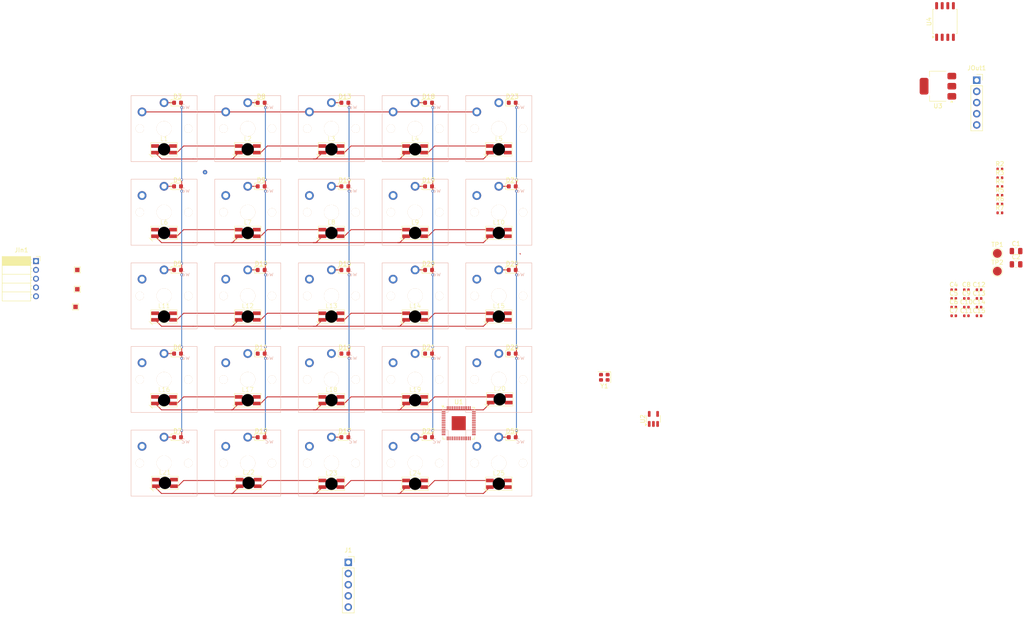
<source format=kicad_pcb>
(kicad_pcb (version 20241229) (generator "pcbnew") (generator_version "9.0")
  (layers (0 "F.Cu" signal) (2 "B.Cu" signal) (13 "F.Paste" user) (15 "B.Paste" user) (5 "F.SilkS" user "F.Silkscreen") (7 "B.SilkS" user "B.Silkscreen") (1 "F.Mask" user) (3 "B.Mask" user) (25 "Edge.Cuts" user))
  (net 0 "")
  (net 1 "+5V")
  (net 2 "GND")
  (net 3 "+3.3V")
  (net 4 "Net-(U1-ADC_AVDD)")
  (net 5 "+1V1")
  (net 6 "Net-(Y1-OUT)")
  (net 7 "Xin")
  (net 8 "Net-(D3-K)")
  (net 9 "row0")
  (net 10 "Net-(D4-K)")
  (net 11 "Net-(D5-K)")
  (net 12 "Net-(D6-K)")
  (net 13 "Net-(D7-K)")
  (net 14 "row1")
  (net 15 "Net-(D8-K)")
  (net 16 "Net-(D9-K)")
  (net 17 "Net-(D10-K)")
  (net 18 "Net-(D11-K)")
  (net 19 "Net-(D12-K)")
  (net 20 "Net-(D13-K)")
  (net 21 "row2")
  (net 22 "Net-(D14-K)")
  (net 23 "Net-(D15-K)")
  (net 24 "Net-(D16-K)")
  (net 25 "Net-(D17-K)")
  (net 26 "Net-(D18-K)")
  (net 27 "row3")
  (net 28 "Net-(D19-K)")
  (net 29 "Net-(D20-K)")
  (net 30 "Net-(D21-K)")
  (net 31 "Net-(D22-K)")
  (net 32 "row4")
  (net 33 "Net-(D23-K)")
  (net 34 "Net-(D24-K)")
  (net 35 "Net-(D25-K)")
  (net 36 "Net-(D26-K)")
  (net 37 "Net-(D50-K)")
  (net 38 "Net-(J1-Pin_3)")
  (net 40 "Net-(J1-Pin_4)")
  (net 41 "potSig")
  (net 42 "SCL")
  (net 43 "SDA")
  (net 44 "Net-(L1-DOUT)")
  (net 45 "ledData")
  (net 46 "Net-(L2-DOUT)")
  (net 47 "Net-(L3-DOUT)")
  (net 48 "Net-(L4-DOUT)")
  (net 49 "Net-(L5-DOUT)")
  (net 50 "Net-(L6-DOUT)")
  (net 51 "Net-(L7-DOUT)")
  (net 52 "Net-(L8-DOUT)")
  (net 53 "Net-(L10-DIN)")
  (net 54 "Net-(L10-DOUT)")
  (net 55 "Net-(L11-DOUT)")
  (net 56 "Net-(L12-DOUT)")
  (net 57 "Net-(L19-DOUT)")
  (net 58 "Net-(L13-DOUT)")
  (net 59 "Net-(L14-DOUT)")
  (net 60 "Net-(L15-DOUT)")
  (net 61 "Net-(L16-DOUT)")
  (net 62 "Net-(L17-DOUT)")
  (net 63 "Net-(L18-DOUT)")
  (net 64 "Net-(L20-DOUT)")
  (net 65 "Net-(L21-DOUT)")
  (net 66 "Net-(L22-DOUT)")
  (net 67 "Net-(L23-DOUT)")
  (net 68 "Net-(L24-DOUT)")
  (net 70 "col0")
  (net 71 "col1")
  (net 72 "col2")
  (net 73 "col3")
  (net 74 "col4")
  (net 75 "Net-(U1-QSPI_SS)")
  (net 76 "Net-(R2-Pad1)")
  (net 77 "Net-(U1-RUN)")
  (net 78 "Xout")
  (net 79 "USB_D+")
  (net 80 "USB_D-")
  (net 81 "Net-(U1-QSPI_SCLK)")
  (net 84 "Net-(U1-QSPI_SD3)")
  (net 89 "Net-(U1-QSPI_SD1)")
  (net 97 "Net-(U1-QSPI_SD0)")
  (net 101 "Net-(U1-QSPI_SD2)")
  (net 104 "Net-(U1-GPIO15)")
  (footprint "1_Custom_library:Kailh Switch 1350" (layer "F.Cu") (at 119 100)
    (property "Reference" "M_SW18" (hide yes))
    (property "Value" "~")
  )
  (footprint "1_Custom_library:Kailh Switch 1350" (layer "F.Cu") (at 62 81)
    (property "Reference" "M_SW2" (hide yes))
    (property "Value" "~")
  )
  (footprint "Connector_PinSocket_2.54mm:PinSocket_1x05_P2.54mm_Vertical" (layer "F.Cu") (at 103.825 160.55)
    (property "Reference" "J1")
    (property "Value" "USB connect")
  )
  (footprint "Diode_SMD:D_0603_1608Metric" (layer "F.Cu") (at 103.05 113.12)
    (property "Reference" "D16")
    (property "Value" "D")
  )
  (footprint "1_Custom_library:DY-S352818RGBC6812-2T led down" (layer "F.Cu") (at 100 66.7)
    (property "Reference" "L3")
    (property "Value" "WS2812B")
  )
  (footprint "Diode_SMD:D_0603_1608Metric" (layer "F.Cu") (at 103.05 132.12)
    (property "Reference" "D17")
    (property "Value" "D")
  )
  (footprint "1_Custom_library:Kailh Switch 1350" (layer "F.Cu") (at 138 62)
    (property "Reference" "M_SW21" (hide yes))
    (property "Value" "~")
  )
  (footprint "Package_TO_SOT_SMD:SOT-23-5" (layer "F.Cu") (at 173.1 127.9625 90)
    (property "Reference" "U2")
    (property "Value" "SN74LV1T34DBV")
  )
  (footprint "Capacitor_SMD:C_0402_1005Metric" (layer "F.Cu") (at 247.025 100.585)
    (property "Reference" "C13")
    (property "Value" "15p")
  )
  (footprint "Diode_SMD:D_0603_1608Metric" (layer "F.Cu") (at 122.05 113.12)
    (property "Reference" "D21")
    (property "Value" "D")
  )
  (footprint "1_Custom_library:DY-S352818RGBC6812-2T led down" (layer "F.Cu") (at 62 104.7)
    (property "Reference" "L11")
    (property "Value" "WS2812B")
  )
  (footprint "Package_DFN_QFN:QFN-56-1EP_7x7mm_P0.4mm_EP3.2x3.2mm" (layer "F.Cu") (at 128.9 128.9375)
    (property "Reference" "U1")
    (property "Value" "RP2040")
  )
  (footprint "1_Custom_library:Kailh Switch 1350" (layer "F.Cu") (at 119 138)
    (property "Reference" "M_SW20" (hide yes))
    (property "Value" "~")
  )
  (footprint "1_Custom_library:Kailh Switch 1350" (layer "F.Cu") (at 81 119)
    (property "Reference" "M_SW9" (hide yes))
    (property "Value" "~")
  )
  (footprint "Diode_SMD:D_0603_1608Metric" (layer "F.Cu") (at 141.05 113.12)
    (property "Reference" "D26")
    (property "Value" "D")
  )
  (footprint "Capacitor_SMD:C_0402_1005Metric" (layer "F.Cu") (at 244.155 104.525)
    (property "Reference" "C11")
    (property "Value" "1uf")
  )
  (footprint "1_Custom_library:DY-S352818RGBC6812-2T led down" (layer "F.Cu") (at 119 123.7)
    (property "Reference" "L19")
    (property "Value" "WS2812B")
  )
  (footprint "Diode_SMD:D_0603_1608Metric" (layer "F.Cu") (at 103.05 56.12)
    (property "Reference" "D13")
    (property "Value" "D")
  )
  (footprint "1_Custom_library:Kailh Switch 1350" (layer "F.Cu") (at 81 62)
    (property "Reference" "M_SW6" (hide yes))
    (property "Value" "~")
  )
  (footprint "Diode_SMD:D_0603_1608Metric" (layer "F.Cu") (at 65.0625 94.12)
    (property "Reference" "D5")
    (property "Value" "D")
  )
  (footprint "1_Custom_library:Kailh Switch 1350" (layer "F.Cu") (at 62 138)
    (property "Reference" "M_SW5" (hide yes))
    (property "Value" "~")
  )
  (footprint "Diode_SMD:D_0603_1608Metric" (layer "F.Cu") (at 65.0625 132.12)
    (property "Reference" "D7")
    (property "Value" "D")
  )
  (footprint "Package_TO_SOT_SMD:SOT-223-3_TabPin2" (layer "F.Cu") (at 237.7 52.36 180)
    (property "Reference" "U3")
    (property "Value" "AMS1117-3.3")
  )
  (footprint "1_Custom_library:DY-S352818RGBC6812-2T led down" (layer "F.Cu") (at 81 85.7)
    (property "Reference" "L7")
    (property "Value" "WS2812B")
  )
  (footprint "1_Custom_library:DY-S352818RGBC6812-2T led down" (layer "F.Cu") (at 119 142.7)
    (property "Reference" "L24")
    (property "Value" "WS2812B")
  )
  (footprint "Diode_SMD:D_0603_1608Metric" (layer "F.Cu") (at 122.05 94.12)
    (property "Reference" "D20")
    (property "Value" "D")
  )
  (footprint "1_Custom_library:DY-S352818RGBC6812-2T led down" (layer "F.Cu") (at 119 104.7)
    (property "Reference" "L14")
    (property "Value" "WS2812B")
  )
  (footprint "1_Custom_library:DY-S352818RGBC6812-2T led down" (layer "F.Cu") (at 138.2 123.5)
    (property "Reference" "L20")
    (property "Value" "WS2812B")
  )
  (footprint "Diode_SMD:D_0603_1608Metric" (layer "F.Cu") (at 103.05 75.12)
    (property "Reference" "D14")
    (property "Value" "D")
  )
  (footprint "Diode_SMD:D_0603_1608Metric" (layer "F.Cu") (at 65.0625 56.12)
    (property "Reference" "D3")
    (property "Value" "D")
  )
  (footprint "1_Custom_library:Kailh Switch 1350" (layer "F.Cu") (at 119 119)
    (property "Reference" "M_SW19" (hide yes))
    (property "Value" "~")
  )
  (footprint "1_Custom_library:DY-S352818RGBC6812-2T led down" (layer "F.Cu") (at 100 104.7)
    (property "Reference" "L13")
    (property "Value" "WS2812B")
  )
  (footprint "1_Custom_library:Kailh Switch 1350" (layer "F.Cu") (at 81 100)
    (property "Reference" "M_SW8" (hide yes))
    (property "Value" "~")
  )
  (footprint "1_Custom_library:Kailh Switch 1350" (layer "F.Cu") (at 100 81)
    (property "Reference" "M_SW12" (hide yes))
    (property "Value" "~")
  )
  (footprint "1_Custom_library:DY-S352818RGBC6812-2T led down" (layer "F.Cu") (at 138 104.7)
    (property "Reference" "L15")
    (property "Value" "WS2812B")
  )
  (footprint "1_Custom_library:DY-S352818RGBC6812-2T led down" (layer "F.Cu") (at 119 66.7)
    (property "Reference" "L4")
    (property "Value" "WS2812B")
  )
  (footprint "Capacitor_SMD:C_0402_1005Metric" (layer "F.Cu") (at 247.025 98.615)
    (property "Reference" "C12")
    (property "Value" "1uf")
  )
  (footprint "1_Custom_library:DY-S352818RGBC6812-2T led down" (layer "F.Cu") (at 100 123.7)
    (property "Reference" "L18")
    (property "Value" "WS2812B")
  )
  (footprint "Diode_SMD:D_0603_1608Metric" (layer "F.Cu") (at 103.05 94.12)
    (property "Reference" "D15")
    (property "Value" "D")
  )
  (footprint "1_Custom_library:Kailh Switch 1350" (layer "F.Cu") (at 138 100)
    (property "Reference" "M_SW23" (hide yes))
    (property "Value" "~")
  )
  (footprint "1_Custom_library:DY-S352818RGBC6812-2T led down" (layer "F.Cu") (at 100 85.7)
    (property "Reference" "L8")
    (property "Value" "WS2812B")
  )
  (footprint "1_Custom_library:DY-S352818RGBC6812-2T led down" (layer "F.Cu") (at 81 123.7)
    (property "Reference" "L17")
    (property "Value" "WS2812B")
  )
  (footprint "Package_SO:SOIC-8_5.3x5.3mm_P1.27mm" (layer "F.Cu") (at 239.3 37.66 90)
    (property "Reference" "U4")
    (property "Value" "W25Q128JVS")
  )
  (footprint "Resistor_SMD:R_0402_1005Metric" (layer "F.Cu") (at 251.755 73.175)
    (property "Reference" "R3")
    (property "Value" "1K")
  )
  (footprint "1_Custom_library:DY-S352818RGBC6812-2T led down" (layer "F.Cu") (at 81.2 142.5)
    (property "Reference" "L22")
    (property "Value" "WS2812B")
  )
  (footprint "Diode_SMD:D_0603_1608Metric" (layer "F.Cu") (at 122.05 132.12)
    (property "Reference" "D22")
    (property "Value" "D")
  )
  (footprint "Capacitor_SMD:C_0402_1005Metric" (layer "F.Cu") (at 244.155 98.615)
    (property "Reference" "C8")
    (property "Value" "100nf")
  )
  (footprint "TestPoint:TestPoint_Pad_D2.0mm" (layer "F.Cu") (at 251.185 94.395)
    (property "Reference" "TP2")
    (property "Value" "BOOT")
  )
  (footprint "Diode_SMD:D_0603_1608Metric" (layer "F.Cu") (at 84.05 94.12)
    (property "Reference" "D10")
    (property "Value" "D")
  )
  (footprint "TestPoint:TestPoint_Pad_1.0x1.0mm" (layer "F.Cu") (at 42.3 94.1)
    (property "Reference" "REF**" (hide yes))
    (property "Value" "TestPoint_Pad_1.0x1.0mm" (hide yes))
  )
  (footprint "Resistor_SMD:R_0402_1005Metric" (layer "F.Cu") (at 251.755 79.145)
    (property "Reference" "R6")
    (property "Value" "27")
  )
  (footprint "Diode_SMD:D_0603_1608Metric" (layer "F.Cu") (at 141.05 94.12)
    (property "Reference" "D25")
    (property "Value" "D")
  )
  (footprint "Capacitor_SMD:C_0402_1005Metric" (layer "F.Cu") (at 247.025 104.525)
    (property "Reference" "C15")
    (property "Value" "100nf")
  )
  (footprint "1_Custom_library:Kailh Switch 1350" (layer "F.Cu") (at 100 62)
    (property "Reference" "M_SW11" (hide yes))
    (property "Value" "~")
  )
  (footprint "Diode_SMD:D_0603_1608Metric" (layer "F.Cu") (at 141.05 56.12)
    (property "Reference" "D23")
    (property "Value" "D")
  )
  (footprint "1_Custom_library:DY-S352818RGBC6812-2T led down" (layer "F.Cu") (at 138 85.7)
    (property "Reference" "L10")
    (property "Value" "WS2812B")
  )
  (footprint "1_Custom_library:DY-S352818RGBC6812-2T led down" (layer "F.Cu") (at 62.2 142.5)
    (property "Reference" "L21")
    (property "Value" "WS2812B")
  )
  (footprint "Diode_SMD:D_0603_1608Metric" (layer "F.Cu") (at 141.05 132.12)
    (property "Reference" "D50")
    (property "Value" "D")
  )
  (footprint "1_Custom_library:Kailh Switch 1350" (layer "F.Cu") (at 119 62)
    (property "Reference" "M_SW16" (hide yes))
    (property "Value" "~")
  )
  (footprint "Diode_SMD:D_0603_1608Metric" (layer "F.Cu") (at 122.05 56.12)
    (property "Reference" "D18")
    (property "Value" "D")
  )
  (footprint "Capacitor_SMD:C_0402_1005Metric" (layer "F.Cu") (at 241.285 98.615)
    (property "Reference" "C4")
    (property "Value" "100nf")
  )
  (footprint "Diode_SMD:D_0603_1608Metric" (layer "F.Cu") (at 84.05 113.12)
    (property "Reference" "D11")
    (property "Value" "D")
  )
  (footprint "1_Custom_library:Kailh Switch 1350" (layer "F.Cu") (at 81 81)
    (property "Reference" "M_SW7" (hide yes))
    (property "Value" "~")
  )
  (footprint "Oscillator:Oscillator_SMD_SiT_PQFN-4Pin_2.0x1.6mm" (layer "F.Cu") (at 161.95 118.5 180)
    (property "Reference" "Y1")
    (property "Value" "ABM8-272-T3")
  )
  (footprint "Connector_PinSocket_2.00mm:PinSocket_1x05_P2.00mm_Horizontal" (layer "F.Cu") (at 32.925 92.1)
    (property "Reference" "JIn1")
    (property "Value" "Conn_01x05")
  )
  (footprint "1_Custom_library:Kailh Switch 1350" (layer "F.Cu") (at 62 100)
    (property "Reference" "M_SW3" (hide yes))
    (property "Value" "~")
  )
  (footprint "Diode_SMD:D_0603_1608Metric" (layer "F.Cu") (at 65.0625 75.12)
    (property "Reference" "D4")
    (property "Value" "D")
  )
  (footprint "1_Custom_library:DY-S352818RGBC6812-2T led down" (layer "F.Cu") (at 100 142.7)
    (property "Reference" "L23")
    (property "Value" "WS2812B")
  )
  (footprint "TestPoint:TestPoint_Pad_1.0x1.0mm" (layer "F.Cu") (at 41.9 102.5)
    (property "Reference" "REF**" (hide yes))
    (property "Value" "TestPoint_Pad_1.0x1.0mm" (hide yes))
  )
  (footprint "1_Custom_library:Kailh Switch 1350" (layer "F.Cu") (at 138 119)
    (property "Reference" "M_SW24" (hide yes))
    (property "Value" "~")
  )
  (footprint "Capacitor_SMD:C_0402_1005Metric" (layer "F.Cu") (at 244.155 100.585)
    (property "Reference" "C9")
    (property "Value" "1uf")
  )
  (footprint "1_Custom_library:Magnetic pogo out" (layer "F.Cu") (at 246.5 51)
    (property "Reference" "JOut1")
    (property "Value" "Conn_01x05")
  )
  (footprint "Diode_SMD:D_0603_1608Metric" (layer "F.Cu") (at 122.05 75.12)
    (property "Reference" "D19")
    (property "Value" "D")
  )
  (footprint "1_Custom_library:Kailh Switch 1350" (layer "F.Cu") (at 100 119)
    (property "Reference" "M_SW14" (hide yes))
    (property "Value" "~")
  )
  (footprint "Capacitor_SMD:C_0402_1005Metric" (layer "F.Cu") (at 241.285 100.585)
    (property "Reference" "C5")
    (property "Value" "100nf")
  )
  (footprint "Resistor_SMD:R_0402_1005Metric" (layer "F.Cu") (at 251.755 71.185)
    (property "Reference" "R2")
    (property "Value" "10K")
  )
  (footprint "1_Custom_library:DY-S352818RGBC6812-2T led down" (layer "F.Cu") (at 119 85.7)
    (property "Reference" "L9")
    (property "Value" "WS2812B")
  )
  (footprint "Capacitor_SMD:C_0805_2012Metric" (layer "F.Cu") (at 255.435 89.825)
    (property "Reference" "C1")
    (property "Value" "10uf")
  )
  (footprint "1_Custom_library:Kailh Switch 1350" (layer "F.Cu") (at 138 138)
    (property "Reference" "M_SW25" (hide yes))
    (property "Value" "~")
  )
  (footprint "Resistor_SMD:R_0402_1005Metric" (layer "F.Cu") (at 251.755 75.165)
    (property "Reference" "R4")
    (property "Value" "10K")
  )
  (footprint "1_Custom_library:Kailh Switch 1350" (layer "F.Cu") (at 100 138)
    (property "Reference" "M_SW15" (hide yes))
    (property "Value" "~")
  )
  (footprint "1_Custom_library:Kailh Switch 1350" (layer "F.Cu") (at 62 119)
    (property "Reference" "M_SW4" (hide yes))
    (property "Value" "~")
  )
  (footprint "Capacitor_SMD:C_0402_1005Metric" (layer "F.Cu") (at 247.025 102.555)
    (property "Reference" "C14")
    (property "Value" "15p")
  )
  (footprint "Diode_SMD:D_0603_1608Metric" (layer "F.Cu") (at 65.0625 113.12)
    (property "Reference" "D6")
    (property "Value" "D")
  )
  (footprint "1_Custom_library:DY-S352818RGBC6812-2T led down" (layer "F.Cu") (at 62 85.7)
    (property "Reference" "L6")
    (property "Value" "WS2812B")
  )
  (footprint "1_Custom_library:Kailh Switch 1350" (layer "F.Cu") (at 100 100)
    (property "Reference" "M_SW13" (hide yes))
    (property "Value" "~")
  )
  (footprint "Resistor_SMD:R_0402_1005Metric" (layer "F.Cu") (at 251.755 77.155)
    (property "Reference" "R5")
    (property "Value" "1K")
  )
  (footprint "1_Custom_library:Kailh Switch 1350" (layer "F.Cu") (at 62 62)
    (property "Reference" "M_SW1" (hide yes))
    (property "Value" "~")
  )
  (footprint "1_Custom_library:DY-S352818RGBC6812-2T led down" (layer "F.Cu") (at 138 66.7)
    (property "Reference" "L5")
    (property "Value" "WS2812B")
  )
  (footprint "Capacitor_SMD:C_0402_1005Metric" (layer "F.Cu") (at 244.155 102.555)
    (property "Reference" "C10")
    (property "Value" "100nf")
  )
  (footprint "1_Custom_library:Kailh Switch 1350" (layer "F.Cu") (at 81 138)
    (property "Reference" "M_SW10" (hide yes))
    (property "Value" "~")
  )
  (footprint "Capacitor_SMD:C_0402_1005Metric" (layer "F.Cu") (at 241.285 102.555)
    (property "Reference" "C6")
    (property "Value" "100nf")
  )
  (footprint "Capacitor_SMD:C_0805_2012Metric" (layer "F.Cu") (at 255.435 92.835)
    (property "Reference" "C2")
    (property "Value" "10uf")
  )
  (footprint "1_Custom_library:DY-S352818RGBC6812-2T led down" (layer "F.Cu") (at 81 66.7)
    (property "Reference" "L2")
    (property "Value" "WS2812B")
  )
  (footprint "Diode_SMD:D_0603_1608Metric" (layer "F.Cu") (at 84.05 132.12)
    (property "Reference" "D12")
    (property "Value" "D")
  )
  (footprint "Diode_SMD:D_0603_1608Metric" (layer "F.Cu") (at 84.05 75.12)
    (property "Reference" "D9")
    (property "Value" "D")
  )
  (footprint "Diode_SMD:D_0603_1608Metric" (layer "F.Cu") (at 84.05 56.12)
    (property "Reference" "D8")
    (property "Value" "D")
  )
  (footprint "Resistor_SMD:R_0402_1005Metric" (layer "F.Cu") (at 251.755 81.135)
    (property "Reference" "R7")
    (property "Value" "27")
  )
  (footprint "1_Custom_library:DY-S352818RGBC6812-2T led down" (layer "F.Cu") (at 81 104.7)
    (property "Reference" "L12")
    (property "Value" "WS2812B")
  )
  (footprint "Diode_SMD:D_0603_1608Metric" (layer "F.Cu") (at 141.05 75.12)
    (property "Reference" "D24")
    (property "Value" "D")
  )
  (footprint "Capacitor_SMD:C_0402_1005Metric" (layer "F.Cu") (at 241.285 104.525)
    (property "Reference" "C7")
    (property "Value" "100nf")
  )
  (footprint "1_Custom_library:DY-S352818RGBC6812-2T led down" (layer "F.Cu") (at 62 66.7)
    (property "Reference" "L1")
    (property "Value" "WS2812B")
  )
  (footprint "1_Custom_library:DY-S352818RGBC6812-2T led down" (layer "F.Cu") (at 62 123.7)
    (property "Reference" "L16")
    (property "Value" "WS2812B")
  )
  (footprint "1_Custom_library:Kailh Switch 1350" (layer "F.Cu") (at 119 81)
    (property "Reference" "M_SW17" (hide yes))
    (property "Value" "~")
  )
  (footprint "TestPoint:TestPoint_Pad_D2.0mm" (layer "F.Cu") (at 251.185 90.345)
    (property "Reference" "TP1")
    (property "Value" "RESET")
  )
  (footprint "1_Custom_library:DY-S352818RGBC6812-2T led down" (layer "F.Cu") (at 138 142.7)
    (property "Reference" "L25")
    (property "Value" "WS2812B")
  )
  (footprint "1_Custom_library:Kailh Switch 1350" (layer "F.Cu") (at 138 81)
    (property "Reference" "M_SW22" (hide yes))
    (property "Value" "~")
  )
  (footprint "TestPoint:TestPoint_Pad_1.0x1.0mm" (layer "F.Cu") (at 42.3 98.5)
    (property "Reference" "REF**" (hide yes))
    (property "Value" "TestPoint_Pad_1.0x1.0mm" (hide yes))
  )
  (segment (start 142.8 90.4) (end 142.9 90.5) (width 0.2) (layer "F.Cu") (net 0))
  (via (at 71.3 71.9) (size 1) (drill 0.3) (layers "F.Cu" "B.Cu") (net 0))
  (segment (start 68.6 68.9) (end 77.3 68.9) (width 0.2) (layer "F.Cu") (net 1))
  (segment (start 115.51 87.9) (end 115.1 87.9) (width 0.2) (layer "F.Cu") (net 1))
  (segment (start 134.51 125.9) (end 134.4 125.9) (width 0.2) (layer "F.Cu") (net 1))
  (segment (start 96.51 87.9) (end 95.9 87.9) (width 0.2) (layer "F.Cu") (net 1))
  (segment (start 135.96 67.45) (end 134.51 68.9) (width 0.2) (layer "F.Cu") (net 1))
  (segment (start 134.51 144.9) (end 134.4 144.9) (width 0.2) (layer "F.Cu") (net 1))
  (segment (start 77.3 106.9) (end 95.9 106.9) (width 0.2) (layer "F.Cu") (net 1))
  (segment (start 59.96 143.45) (end 61.41 144.9) (width 0.2) (layer "F.Cu") (net 1))
  (segment (start 96.51 144.9) (end 95.9 144.9) (width 0.2) (layer "F.Cu") (net 1))
  (segment (start 115.1 68.9) (end 134.4 68.9) (width 0.2) (layer "F.Cu") (net 1))
  (segment (start 95.9 87.9) (end 115.1 87.9) (width 0.2) (layer "F.Cu") (net 1))
  (segment (start 78.96 105.45) (end 77.51 106.9) (width 0.2) (layer "F.Cu") (net 1))
  (segment (start 97.96 86.45) (end 96.51 87.9) (width 0.2) (layer "F.Cu") (net 1))
  (segment (start 68.6 125.9) (end 77.3 125.9) (width 0.2) (layer "F.Cu") (net 1))
  (segment (start 95.9 106.9) (end 115.1 106.9) (width 0.2) (layer "F.Cu") (net 1))
  (segment (start 115.51 106.9) (end 115.1 106.9) (width 0.2) (layer "F.Cu") (net 1))
  (segment (start 59.96 67.45) (end 61.41 68.9) (width 0.2) (layer "F.Cu") (net 1))
  (segment (start 135.96 105.45) (end 134.51 106.9) (width 0.2) (layer "F.Cu") (net 1))
  (segment (start 78.96 143.45) (end 77.51 144.9) (width 0.2) (layer "F.Cu") (net 1))
  (segment (start 77.3 125.9) (end 95.9 125.9) (width 0.2) (layer "F.Cu") (net 1))
  (segment (start 77.51 106.9) (end 77.3 106.9) (width 0.2) (layer "F.Cu") (net 1))
  (segment (start 95.9 68.9) (end 115.1 68.9) (width 0.2) (layer "F.Cu") (net 1))
  (segment (start 68.6 87.9) (end 77.3 87.9) (width 0.2) (layer "F.Cu") (net 1))
  (segment (start 97.96 105.45) (end 96.51 106.9) (width 0.2) (layer "F.Cu") (net 1))
  (segment (start 77.51 68.9) (end 77.3 68.9) (width 0.2) (layer "F.Cu") (net 1))
  (segment (start 78.96 124.45) (end 77.51 125.9) (width 0.2) (layer "F.Cu") (net 1))
  (segment (start 61.41 68.9) (end 68.6 68.9) (width 0.2) (layer "F.Cu") (net 1))
  (segment (start 95.9 144.9) (end 115.1 144.9) (width 0.2) (layer "F.Cu") (net 1))
  (segment (start 116.96 67.45) (end 115.51 68.9) (width 0.2) (layer "F.Cu") (net 1))
  (segment (start 116.96 86.45) (end 115.51 87.9) (width 0.2) (layer "F.Cu") (net 1))
  (segment (start 96.51 68.9) (end 95.9 68.9) (width 0.2) (layer "F.Cu") (net 1))
  (segment (start 61.41 87.9) (end 68.6 87.9) (width 0.2) (layer "F.Cu") (net 1))
  (segment (start 77.3 87.9) (end 95.9 87.9) (width 0.2) (layer "F.Cu") (net 1))
  (segment (start 97.96 67.45) (end 96.51 68.9) (width 0.2) (layer "F.Cu") (net 1))
  (segment (start 59.96 105.45) (end 61.41 106.9) (width 0.2) (layer "F.Cu") (net 1))
  (segment (start 115.51 125.9) (end 115.1 125.9) (width 0.2) (layer "F.Cu") (net 1))
  (segment (start 68.6 106.9) (end 77.3 106.9) (width 0.2) (layer "F.Cu") (net 1))
  (segment (start 59.96 124.45) (end 61.41 125.9) (width 0.2) (layer "F.Cu") (net 1))
  (segment (start 116.96 105.45) (end 115.51 106.9) (width 0.2) (layer "F.Cu") (net 1))
  (segment (start 135.96 86.45) (end 134.51 87.9) (width 0.2) (layer "F.Cu") (net 1))
  (segment (start 61.41 144.9) (end 68.6 144.9) (width 0.2) (layer "F.Cu") (net 1))
  (segment (start 97.96 143.45) (end 96.51 144.9) (width 0.2) (layer "F.Cu") (net 1))
  (segment (start 59.96 86.45) (end 61.41 87.9) (width 0.2) (layer "F.Cu") (net 1))
  (segment (start 77.3 144.9) (end 95.9 144.9) (width 0.2) (layer "F.Cu") (net 1))
  (segment (start 78.96 67.45) (end 77.51 68.9) (width 0.2) (layer "F.Cu") (net 1))
  (segment (start 115.51 144.9) (end 115.1 144.9) (width 0.2) (layer "F.Cu") (net 1))
  (segment (start 61.41 125.9) (end 68.6 125.9) (width 0.2) (layer "F.Cu") (net 1))
  (segment (start 134.51 106.9) (end 134.4 106.9) (width 0.2) (layer "F.Cu") (net 1))
  (segment (start 78.96 86.45) (end 77.51 87.9) (width 0.2) (layer "F.Cu") (net 1))
  (segment (start 115.1 106.9) (end 134.4 106.9) (width 0.2) (layer "F.Cu") (net 1))
  (segment (start 96.51 106.9) (end 95.9 106.9) (width 0.2) (layer "F.Cu") (net 1))
  (segment (start 97.96 124.45) (end 96.51 125.9) (width 0.2) (layer "F.Cu") (net 1))
  (segment (start 96.51 125.9) (end 95.9 125.9) (width 0.2) (layer "F.Cu") (net 1))
  (segment (start 115.1 144.9) (end 134.4 144.9) (width 0.2) (layer "F.Cu") (net 1))
  (segment (start 135.96 143.45) (end 134.51 144.9) (width 0.2) (layer "F.Cu") (net 1))
  (segment (start 77.51 144.9) (end 77.3 144.9) (width 0.2) (layer "F.Cu") (net 1))
  (segment (start 115.51 68.9) (end 115.1 68.9) (width 0.2) (layer "F.Cu") (net 1))
  (segment (start 135.96 124.45) (end 134.51 125.9) (width 0.2) (layer "F.Cu") (net 1))
  (segment (start 77.51 125.9) (end 77.3 125.9) (width 0.2) (layer "F.Cu") (net 1))
  (segment (start 77.51 87.9) (end 77.3 87.9) (width 0.2) (layer "F.Cu") (net 1))
  (segment (start 68.6 144.9) (end 77.3 144.9) (width 0.2) (layer "F.Cu") (net 1))
  (segment (start 61.41 106.9) (end 68.6 106.9) (width 0.2) (layer "F.Cu") (net 1))
  (segment (start 134.51 68.9) (end 134.4 68.9) (width 0.2) (layer "F.Cu") (net 1))
  (segment (start 77.3 68.9) (end 95.9 68.9) (width 0.2) (layer "F.Cu") (net 1))
  (segment (start 115.1 125.9) (end 134.4 125.9) (width 0.2) (layer "F.Cu") (net 1))
  (segment (start 115.1 87.9) (end 134.4 87.9) (width 0.2) (layer "F.Cu") (net 1))
  (segment (start 95.9 125.9) (end 115.1 125.9) (width 0.2) (layer "F.Cu") (net 1))
  (segment (start 134.51 87.9) (end 134.4 87.9) (width 0.2) (layer "F.Cu") (net 1))
  (segment (start 116.96 124.45) (end 115.51 125.9) (width 0.2) (layer "F.Cu") (net 1))
  (segment (start 116.96 143.45) (end 115.51 144.9) (width 0.2) (layer "F.Cu") (net 1))
  (segment (start 62 56.1) (end 64.255 56.1) (width 0.2) (layer "F.Cu") (net 8))
  (segment (start 64.255 56.1) (end 64.275 56.12) (width 0.2) (layer "F.Cu") (net 8))
  (segment (start 66 92.6) (end 66 93.97) (width 0.2) (layer "F.Cu") (net 9))
  (segment (start 65.85 113.12) (end 66 113.27) (width 0.2) (layer "F.Cu") (net 9))
  (segment (start 66 73.6) (end 66 74.97) (width 0.2) (layer "F.Cu") (net 9))
  (segment (start 66 56.9) (end 66 57.2) (width 0.2) (layer "F.Cu") (net 9))
  (segment (start 66 131.97) (end 65.85 132.12) (width 0.2) (layer "F.Cu") (net 9))
  (segment (start 65.85 56.12) (end 66 56.27) (width 0.2) (layer "F.Cu") (net 9))
  (segment (start 66 75.27) (end 66 75.9) (width 0.2) (layer "F.Cu") (net 9))
  (segment (start 66 113.27) (end 66 113.9) (width 0.2) (layer "F.Cu") (net 9))
  (segment (start 66 130.6) (end 66 131.97) (width 0.2) (layer "F.Cu") (net 9))
  (segment (start 65.85 75.12) (end 66 75.27) (width 0.2) (layer "F.Cu") (net 9))
  (segment (start 66 112.97) (end 65.85 113.12) (width 0.2) (layer "F.Cu") (net 9))
  (segment (start 65.85 94.12) (end 66 94.27) (width 0.2) (layer "F.Cu") (net 9))
  (segment (start 66 94.27) (end 66 94.9) (width 0.2) (layer "F.Cu") (net 9))
  (segment (start 66 56.27) (end 66 56.9) (width 0.2) (layer "F.Cu") (net 9))
  (segment (start 66 111.6) (end 66 112.97) (width 0.2) (layer "F.Cu") (net 9))
  (segment (start 66 93.97) (end 65.85 94.12) (width 0.2) (layer "F.Cu") (net 9))
  (segment (start 66 74.97) (end 65.85 75.12) (width 0.2) (layer "F.Cu") (net 9))
  (via (at 66 57.2) (size 0.6) (drill 0.3) (layers "F.Cu" "B.Cu") (net 9))
  (via (at 66 95.2) (size 0.6) (drill 0.3) (layers "F.Cu" "B.Cu") (net 9))
  (via (at 66 76.2) (size 0.6) (drill 0.3) (layers "F.Cu" "B.Cu") (net 9))
  (via (at 66 114.2) (size 0.6) (drill 0.3) (layers "F.Cu" "B.Cu") (net 9))
  (via (at 66 130.6) (size 0.6) (drill 0.3) (layers "F.Cu" "B.Cu") (net 9))
  (via (at 66 111.6) (size 0.6) (drill 0.3) (layers "F.Cu" "B.Cu") (net 9))
  (via (at 66 92.6) (size 0.6) (drill 0.3) (layers "F.Cu" "B.Cu") (net 9))
  (via (at 66 73.6) (size 0.6) (drill 0.3) (layers "F.Cu" "B.Cu") (net 9))
  (segment (start 66 95.2) (end 66 111.6) (width 0.2) (layer "B.Cu") (net 9))
  (segment (start 66 114.2) (end 66 130.6) (width 0.2) (layer "B.Cu") (net 9))
  (segment (start 66 76.2) (end 66 92.6) (width 0.2) (layer "B.Cu") (net 9))
  (segment (start 66 57.2) (end 66 73.6) (width 0.2) (layer "B.Cu") (net 9))
  (segment (start 62 75.1) (end 64.255 75.1) (width 0.2) (layer "F.Cu") (net 10))
  (segment (start 64.255 75.1) (end 64.275 75.12) (width 0.2) (layer "F.Cu") (net 10))
  (segment (start 64.255 94.1) (end 64.275 94.12) (width 0.2) (layer "F.Cu") (net 11))
  (segment (start 62 94.1) (end 64.255 94.1) (width 0.2) (layer "F.Cu") (net 11))
  (segment (start 62 113.1) (end 64.255 113.1) (width 0.2) (layer "F.Cu") (net 12))
  (segment (start 64.255 113.1) (end 64.275 113.12) (width 0.2) (layer "F.Cu") (net 12))
  (segment (start 64.255 132.1) (end 64.275 132.12) (width 0.2) (layer "F.Cu") (net 13))
  (segment (start 62 132.1) (end 64.255 132.1) (width 0.2) (layer "F.Cu") (net 13))
  (segment (start 85 94.27) (end 85 94.9) (width 0.2) (layer "F.Cu") (net 14))
  (segment (start 84.85 113.12) (end 85 113.27) (width 0.2) (layer "F.Cu") (net 14))
  (segment (start 85 111.6) (end 85 112.97) (width 0.2) (layer "F.Cu") (net 14))
  (segment (start 85 130.6) (end 85 131.97) (width 0.2) (layer "F.Cu") (net 14))
  (segment (start 84.85 94.12) (end 85 94.27) (width 0.2) (layer "F.Cu") (net 14))
  (segment (start 85 73.6) (end 85 74.97) (width 0.2) (layer "F.Cu") (net 14))
  (segment (start 85 74.97) (end 84.85 75.12) (width 0.2) (layer "F.Cu") (net 14))
  (segment (start 85 92.6) (end 85 93.97) (width 0.2) (layer "F.Cu") (net 14))
  (segment (start 84.85 56.12) (end 85 56.27) (width 0.2) (layer "F.Cu") (net 14))
  (segment (start 85 93.97) (end 84.85 94.12) (width 0.2) (layer "F.Cu") (net 14))
  (segment (start 85 113.27) (end 85 113.9) (width 0.2) (layer "F.Cu") (net 14))
  (segment (start 85 75.27) (end 85 75.9) (width 0.2) (layer "F.Cu") (net 14))
  (segment (start 85 56.27) (end 85 56.9) (width 0.2) (layer "F.Cu") (net 14))
  (segment (start 85 112.97) (end 84.85 113.12) (width 0.2) (layer "F.Cu") (net 14))
  (segment (start 84.85 75.12) (end 85 75.27) (width 0.2) (layer "F.Cu") (net 14))
  (segment (start 85 131.97) (end 84.85 132.12) (width 0.2) (layer "F.Cu") (net 14))
  (via (at 85 114.2) (size 0.6) (drill 0.3) (layers "F.Cu" "B.Cu") (net 14))
  (via (at 85 73.6) (size 0.6) (drill 0.3) (layers "F.Cu" "B.Cu") (net 14))
  (via (at 85 130.6) (size 0.6) (drill 0.3) (layers "F.Cu" "B.Cu") (net 14))
  (via (at 85 111.6) (size 0.6) (drill 0.3) (layers "F.Cu" "B.Cu") (net 14))
  (via (at 85 95.2) (size 0.6) (drill 0.3) (layers "F.Cu" "B.Cu") (net 14))
  (via (at 85 92.6) (size 0.6) (drill 0.3) (layers "F.Cu" "B.Cu") (net 14))
  (via (at 85 76.2) (size 0.6) (drill 0.3) (layers "F.Cu" "B.Cu") (net 14))
  (via (at 85 57.2) (size 0.6) (drill 0.3) (layers "F.Cu" "B.Cu") (net 14))
  (segment (start 85 57.2) (end 85 73.6) (width 0.2) (layer "B.Cu") (net 14))
  (segment (start 85 95.2) (end 85 111.6) (width 0.2) (layer "B.Cu") (net 14))
  (segment (start 85 114.2) (end 85 130.6) (width 0.2) (layer "B.Cu") (net 14))
  (segment (start 85 76.2) (end 85 92.6) (width 0.2) (layer "B.Cu") (net 14))
  (segment (start 83.2425 56.1) (end 83.2625 56.12) (width 0.2) (layer "F.Cu") (net 15))
  (segment (start 81 56.1) (end 83.2425 56.1) (width 0.2) (layer "F.Cu") (net 15))
  (segment (start 83.2425 75.1) (end 83.2625 75.12) (width 0.2) (layer "F.Cu") (net 16))
  (segment (start 81 75.1) (end 83.2425 75.1) (width 0.2) (layer "F.Cu") (net 16))
  (segment (start 81 94.1) (end 83.2425 94.1) (width 0.2) (layer "F.Cu") (net 17))
  (segment (start 83.2425 94.1) (end 83.2625 94.12) (width 0.2) (layer "F.Cu") (net 17))
  (segment (start 83.2425 132.1) (end 83.2625 132.12) (width 0.2) (layer "F.Cu") (net 19))
  (segment (start 81 132.1) (end 83.2425 132.1) (width 0.2) (layer "F.Cu") (net 19))
  (segment (start 102.2425 56.1) (end 102.2625 56.12) (width 0.2) (layer "F.Cu") (net 20))
  (segment (start 100 56.1) (end 102.2425 56.1) (width 0.2) (layer "F.Cu") (net 20))
  (segment (start 104 111.6) (end 104 112.97) (width 0.2) (layer "F.Cu") (net 21))
  (segment (start 104 130.6) (end 104 131.97) (width 0.2) (layer "F.Cu") (net 21))
  (segment (start 103.85 113.12) (end 104 113.27) (width 0.2) (layer "F.Cu") (net 21))
  (segment (start 103.85 94.12) (end 104 94.27) (width 0.2) (layer "F.Cu") (net 21))
  (segment (start 104 113.27) (end 104 113.9) (width 0.2) (layer "F.Cu") (net 21))
  (segment (start 104 92.6) (end 104 93.97) (width 0.2) (layer "F.Cu") (net 21))
  (segment (start 104 56.27) (end 104 56.9) (width 0.2) (layer "F.Cu") (net 21))
  (segment (start 104 74.97) (end 103.85 75.12) (width 0.2) (layer "F.Cu") (net 21))
  (segment (start 104 94.27) (end 104 94.9) (width 0.2) (layer "F.Cu") (net 21))
  (segment (start 103.85 75.12) (end 104 75.27) (width 0.2) (layer "F.Cu") (net 21))
  (segment (start 104 75.27) (end 104 75.9) (width 0.2) (layer "F.Cu") (net 21))
  (segment (start 104 93.97) (end 103.85 94.12) (width 0.2) (layer "F.Cu") (net 21))
  (segment (start 104 73.6) (end 104 74.97) (width 0.2) (layer "F.Cu") (net 21))
  (segment (start 104 112.97) (end 103.85 113.12) (width 0.2) (layer "F.Cu") (net 21))
  (segment (start 104 131.97) (end 103.85 132.12) (width 0.2) (layer "F.Cu") (net 21))
  (segment (start 103.85 56.12) (end 104 56.27) (width 0.2) (layer "F.Cu") (net 21))
  (via (at 104 92.6) (size 0.6) (drill 0.3) (layers "F.Cu" "B.Cu") (net 21))
  (via (at 104 111.6) (size 0.6) (drill 0.3) (layers "F.Cu" "B.Cu") (net 21))
  (via (at 104 73.6) (size 0.6) (drill 0.3) (layers "F.Cu" "B.Cu") (net 21))
  (via (at 104 76.2) (size 0.6) (drill 0.3) (layers "F.Cu" "B.Cu") (net 21))
  (via (at 104 95.2) (size 0.6) (drill 0.3) (layers "F.Cu" "B.Cu") (net 21))
  (via (at 104 114.2) (size 0.6) (drill 0.3) (layers "F.Cu" "B.Cu") (net 21))
  (via (at 104 57.2) (size 0.6) (drill 0.3) (layers "F.Cu" "B.Cu") (net 21))
  (via (at 104 130.6) (size 0.6) (drill 0.3) (layers "F.Cu" "B.Cu") (net 21))
  (segment (start 104 95.2) (end 104 111.6) (width 0.2) (layer "B.Cu") (net 21))
  (segment (start 104 57.2) (end 104 73.6) (width 0.2) (layer "B.Cu") (net 21))
  (segment (start 104 114.2) (end 104 130.6) (width 0.2) (layer "B.Cu") (net 21))
  (segment (start 104 76.2) (end 104 92.6) (width 0.2) (layer "B.Cu") (net 21))
  (segment (start 100 75.1) (end 102.2425 75.1) (width 0.2) (layer "F.Cu") (net 22))
  (segment (start 102.2425 75.1) (end 102.2625 75.12) (width 0.2) (layer "F.Cu") (net 22))
  (segment (start 100 94.1) (end 102.2425 94.1) (width 0.2) (layer "F.Cu") (net 23))
  (segment (start 102.2425 94.1) (end 102.2625 94.12) (width 0.2) (layer "F.Cu") (net 23))
  (segment (start 102.2425 132.1) (end 102.2625 132.12) (width 0.2) (layer "F.Cu") (net 25))
  (segment (start 100 132.1) (end 102.2425 132.1) (width 0.2) (layer "F.Cu") (net 25))
  (segment (start 121.2425 56.1) (end 121.2625 56.12) (width 0.2) (layer "F.Cu") (net 26))
  (segment (start 119 56.1) (end 121.2425 56.1) (width 0.2) (layer "F.Cu") (net 26))
  (segment (start 123 113.27) (end 123 113.9) (width 0.2) (layer "F.Cu") (net 27))
  (segment (start 122.85 75.12) (end 123 75.27) (width 0.2) (layer "F.Cu") (net 27))
  (segment (start 123 94.27) (end 123 94.9) (width 0.2) (layer "F.Cu") (net 27))
  (segment (start 123 75.27) (end 123 75.9) (width 0.2) (layer "F.Cu") (net 27))
  (segment (start 122.85 56.12) (end 123 56.27) (width 0.2) (layer "F.Cu") (net 27))
  (segment (start 123 56.27) (end 123 56.9) (width 0.2) (layer "F.Cu") (net 27))
  (segment (start 123 74.97) (end 122.85 75.12) (width 0.2) (layer "F.Cu") (net 27))
  (segment (start 123 111.6) (end 123 112.97) (width 0.2) (layer "F.Cu") (net 27))
  (segment (start 122.85 113.12) (end 123 113.27) (width 0.2) (layer "F.Cu") (net 27))
  (segment (start 123 130.6) (end 123 131.97) (width 0.2) (layer "F.Cu") (net 27))
  (segment (start 123 92.6) (end 123 93.97) (width 0.2) (layer "F.Cu") (net 27))
  (segment (start 123 112.97) (end 122.85 113.12) (width 0.2) (layer "F.Cu") (net 27))
  (segment (start 123 93.97) (end 122.85 94.12) (width 0.2) (layer "F.Cu") (net 27))
  (segment (start 123 131.97) (end 122.85 132.12) (width 0.2) (layer "F.Cu") (net 27))
  (segment (start 122.85 94.12) (end 123 94.27) (width 0.2) (layer "F.Cu") (net 27))
  (segment (start 123 73.6) (end 123 74.97) (width 0.2) (layer "F.Cu") (net 27))
  (via (at 123 95.2) (size 0.6) (drill 0.3) (layers "F.Cu" "B.Cu") (net 27))
  (via (at 123 76.2) (size 0.6) (drill 0.3) (layers "F.Cu" "B.Cu") (net 27))
  (via (at 123 111.6) (size 0.6) (drill 0.3) (layers "F.Cu" "B.Cu") (net 27))
  (via (at 123 57.2) (size 0.6) (drill 0.3) (layers "F.Cu" "B.Cu") (net 27))
  (via (at 123 130.6) (size 0.6) (drill 0.3) (layers "F.Cu" "B.Cu") (net 27))
  (via (at 123 114.2) (size 0.6) (drill 0.3) (layers "F.Cu" "B.Cu") (net 27))
  (via (at 123 73.6) (size 0.6) (drill 0.3) (layers "F.Cu" "B.Cu") (net 27))
  (via (at 123 92.6) (size 0.6) (drill 0.3) (layers "F.Cu" "B.Cu") (net 27))
  (segment (start 123 57.2) (end 123 73.6) (width 0.2) (layer "B.Cu") (net 27))
  (segment (start 123 76.2) (end 123 92.6) (width 0.2) (layer "B.Cu") (net 27))
  (segment (start 123 114.2) (end 123 130.6) (width 0.2) (layer "B.Cu") (net 27))
  (segment (start 123 95.2) (end 123 111.6) (width 0.2) (layer "B.Cu") (net 27))
  (segment (start 119 75.1) (end 121.2425 75.1) (width 0.2) (layer "F.Cu") (net 28))
  (segment (start 121.2425 75.1) (end 121.2625 75.12) (width 0.2) (layer "F.Cu") (net 28))
  (segment (start 119 94.1) (end 121.2425 94.1) (width 0.2) (layer "F.Cu") (net 29))
  (segment (start 121.2425 94.1) (end 121.2625 94.12) (width 0.2) (layer "F.Cu") (net 29))
  (segment (start 119 132.1) (end 121.2425 132.1) (width 0.2) (layer "F.Cu") (net 31))
  (segment (start 121.2425 132.1) (end 121.2625 132.12) (width 0.2) (layer "F.Cu") (net 31))
  (segment (start 142 74.97) (end 141.85 75.12) (width 0.2) (layer "F.Cu") (net 32))
  (segment (start 142 73.6) (end 142 74.97) (width 0.2) (layer "F.Cu") (net 32))
  (segment (start 142 112.97) (end 141.85 113.12) (width 0.2) (layer "F.Cu") (net 32))
  (segment (start 142 75.27) (end 142 75.9) (width 0.2) (layer "F.Cu") (net 32))
  (segment (start 141.85 113.12) (end 142 113.27) (width 0.2) (layer "F.Cu") (net 32))
  (segment (start 142 93.97) (end 141.85 94.12) (width 0.2) (layer "F.Cu") (net 32))
  (segment (start 142 111.6) (end 142 112.97) (width 0.2) (layer "F.Cu") (net 32))
  (segment (start 141.85 56.12) (end 142 56.27) (width 0.2) (layer "F.Cu") (net 32))
  (segment (start 141.85 94.12) (end 142 94.27) (width 0.2) (layer "F.Cu") (net 32))
  (segment (start 142 94.27) (end 142 94.9) (width 0.2) (layer "F.Cu") (net 32))
  (segment (start 142 56.27) (end 142 56.9) (width 0.2) (layer "F.Cu") (net 32))
  (segment (start 141.85 75.12) (end 142 75.27) (width 0.2) (layer "F.Cu") (net 32))
  (segment (start 142 113.27) (end 142 113.9) (width 0.2) (layer "F.Cu") (net 32))
  (segment (start 142 92.6) (end 142 93.97) (width 0.2) (layer "F.Cu") (net 32))
  (segment (start 142 130.6) (end 142 131.97) (width 0.2) (layer "F.Cu") (net 32))
  (segment (start 142 131.97) (end 141.85 132.12) (width 0.2) (layer "F.Cu") (net 32))
  (via (at 142 111.6) (size 0.6) (drill 0.3) (layers "F.Cu" "B.Cu") (net 32))
  (via (at 142 130.6) (size 0.6) (drill 0.3) (layers "F.Cu" "B.Cu") (net 32))
  (via (at 142 57.2) (size 0.6) (drill 0.3) (layers "F.Cu" "B.Cu") (net 32))
  (via (at 142 92.6) (size 0.6) (drill 0.3) (layers "F.Cu" "B.Cu") (net 32))
  (via (at 142 114.2) (size 0.6) (drill 0.3) (layers "F.Cu" "B.Cu") (net 32))
  (via (at 142 95.2) (size 0.6) (drill 0.3) (layers "F.Cu" "B.Cu") (net 32))
  (via (at 142 73.6) (size 0.6) (drill 0.3) (layers "F.Cu" "B.Cu") (net 32))
  (via (at 142 76.2) (size 0.6) (drill 0.3) (layers "F.Cu" "B.Cu") (net 32))
  (segment (start 142 76.2) (end 142 92.6) (width 0.2) (layer "B.Cu") (net 32))
  (segment (start 142 95.2) (end 142 111.6) (width 0.2) (layer "B.Cu") (net 32))
  (segment (start 142 57.2) (end 142 73.6) (width 0.2) (layer "B.Cu") (net 32))
  (segment (start 142 114.2) (end 142 130.6) (width 0.2) (layer "B.Cu") (net 32))
  (segment (start 138 75.1) (end 140.2425 75.1) (width 0.2) (layer "F.Cu") (net 34))
  (segment (start 140.2425 75.1) (end 140.2625 75.12) (width 0.2) (layer "F.Cu") (net 34))
  (segment (start 140.2425 94.1) (end 140.2625 94.12) (width 0.2) (layer "F.Cu") (net 35))
  (segment (start 138 94.1) (end 140.2425 94.1) (width 0.2) (layer "F.Cu") (net 35))
  (segment (start 138 132.1) (end 140.2425 132.1) (width 0.2) (layer "F.Cu") (net 37))
  (segment (start 140.2425 132.1) (end 140.2625 132.12) (width 0.2) (layer "F.Cu") (net 37))
  (segment (start 66.44 65.95) (end 78.96 65.95) (width 0.2) (layer "F.Cu") (net 44))
  (segment (start 64.04 67.45) (end 64.94 67.45) (width 0.2) (layer "F.Cu") (net 44))
  (segment (start 64.94 67.45) (end 66.44 65.95) (width 0.2) (layer "F.Cu") (net 44))
  (segment (start 85.44 65.95) (end 97.96 65.95) (width 0.2) (layer "F.Cu") (net 46))
  (segment (start 83.04 67.45) (end 83.94 67.45) (width 0.2) (layer "F.Cu") (net 46))
  (segment (start 83.94 67.45) (end 85.44 65.95) (width 0.2) (layer "F.Cu") (net 46))
  (segment (start 104.44 65.95) (end 116.96 65.95) (width 0.2) (layer "F.Cu") (net 47))
  (segment (start 102.04 67.45) (end 102.94 67.45) (width 0.2) (layer "F.Cu") (net 47))
  (segment (start 102.94 67.45) (end 104.44 65.95) (width 0.2) (layer "F.Cu") (net 47))
  (segment (start 123.44 65.95) (end 135.96 65.95) (width 0.2) (layer "F.Cu") (net 48))
  (segment (start 121.94 67.45) (end 123.44 65.95) (width 0.2) (layer "F.Cu") (net 48))
  (segment (start 121.04 67.45) (end 121.94 67.45) (width 0.2) (layer "F.Cu") (net 48))
  (segment (start 64.94 86.45) (end 66.44 84.95) (width 0.2) (layer "F.Cu") (net 50))
  (segment (start 64.04 86.45) (end 64.94 86.45) (width 0.2) (layer "F.Cu") (net 50))
  (segment (start 66.44 84.95) (end 78.96 84.95) (width 0.2) (layer "F.Cu") (net 50))
  (segment (start 85.44 84.95) (end 97.96 84.95) (width 0.2) (layer "F.Cu") (net 51))
  (segment (start 83.94 86.45) (end 85.44 84.95) (width 0.2) (layer "F.Cu") (net 51))
  (segment (start 83.04 86.45) (end 83.94 86.45) (width 0.2) (layer "F.Cu") (net 51))
  (segment (start 104.44 84.95) (end 116.96 84.95) (width 0.2) (layer "F.Cu") (net 52))
  (segment (start 102.04 86.45) (end 102.94 86.45) (width 0.2) (layer "F.Cu") (net 52))
  (segment (start 102.94 86.45) (end 104.44 84.95) (width 0.2) (layer "F.Cu") (net 52))
  (segment (start 123.44 84.95) (end 135.96 84.95) (width 0.2) (layer "F.Cu") (net 53))
  (segment (start 121.94 86.45) (end 123.44 84.95) (width 0.2) (layer "F.Cu") (net 53))
  (segment (start 121.04 86.45) (end 121.94 86.45) (width 0.2) (layer "F.Cu") (net 53))
  (segment (start 66.44 103.95) (end 78.96 103.95) (width 0.2) (layer "F.Cu") (net 55))
  (segment (start 64.04 105.45) (end 64.94 105.45) (width 0.2) (layer "F.Cu") (net 55))
  (segment (start 64.94 105.45) (end 66.44 103.95) (width 0.2) (layer "F.Cu") (net 55))
  (segment (start 83.04 105.45) (end 83.94 105.45) (width 0.2) (layer "F.Cu") (net 56))
  (segment (start 85.44 103.95) (end 97.96 103.95) (width 0.2) (layer "F.Cu") (net 56))
  (segment (start 83.94 105.45) (end 85.44 103.95) (width 0.2) (layer "F.Cu") (net 56))
  (segment (start 121.94 124.45) (end 123.44 122.95) (width 0.2) (layer "F.Cu") (net 57))
  (segment (start 121.04 124.45) (end 121.94 124.45) (width 0.2) (layer "F.Cu") (net 57))
  (segment (start 123.44 122.95) (end 135.96 122.95) (width 0.2) (layer "F.Cu") (net 57))
  (segment (start 104.44 103.95) (end 116.96 103.95) (width 0.2) (layer "F.Cu") (net 58))
  (segment (start 102.94 105.45) (end 104.44 103.95) (width 0.2) (layer "F.Cu") (net 58))
  (segment (start 102.04 105.45) (end 102.94 105.45) (width 0.2) (layer "F.Cu") (net 58))
  (segment (start 123.44 103.95) (end 135.96 103.95) (width 0.2) (layer "F.Cu") (net 59))
  (segment (start 121.94 105.45) (end 123.44 103.95) (width 0.2) (layer "F.Cu") (net 59))
  (segment (start 121.04 105.45) (end 121.94 105.45) (width 0.2) (layer "F.Cu") (net 59))
  (segment (start 64.94 124.45) (end 66.44 122.95) (width 0.2) (layer "F.Cu") (net 61))
  (segment (start 64.04 124.45) (end 64.94 124.45) (width 0.2) (layer "F.Cu") (net 61))
  (segment (start 66.44 122.95) (end 78.96 122.95) (width 0.2) (layer "F.Cu") (net 61))
  (segment (start 83.94 124.45) (end 85.44 122.95) (width 0.2) (layer "F.Cu") (net 62))
  (segment (start 85.44 122.95) (end 97.96 122.95) (width 0.2) (layer "F.Cu") (net 62))
  (segment (start 83.04 124.45) (end 83.94 124.45) (width 0.2) (layer "F.Cu") (net 62))
  (segment (start 102.04 124.45) (end 102.94 124.45) (width 0.2) (layer "F.Cu") (net 63))
  (segment (start 104.44 122.95) (end 116.96 122.95) (width 0.2) (layer "F.Cu") (net 63))
  (segment (start 102.94 124.45) (end 104.44 122.95) (width 0.2) (layer "F.Cu") (net 63))
  (segment (start 64.04 143.45) (end 64.94 143.45) (width 0.2) (layer "F.Cu") (net 65))
  (segment (start 64.94 143.45) (end 66.44 141.95) (width 0.2) (layer "F.Cu") (net 65))
  (segment (start 66.44 141.95) (end 78.96 141.95) (width 0.2) (layer "F.Cu") (net 65))
  (segment (start 85.44 141.95) (end 97.96 141.95) (width 0.2) (layer "F.Cu") (net 66))
  (segment (start 83.94 143.45) (end 85.44 141.95) (width 0.2) (layer "F.Cu") (net 66))
  (segment (start 83.04 143.45) (end 83.94 143.45) (width 0.2) (layer "F.Cu") (net 66))
  (segment (start 102.04 143.45) (end 102.94 143.45) (width 0.2) (layer "F.Cu") (net 67))
  (segment (start 102.94 143.45) (end 104.44 141.95) (width 0.2) (layer "F.Cu") (net 67))
  (segment (start 104.44 141.95) (end 116.96 141.95) (width 0.2) (layer "F.Cu") (net 67))
  (segment (start 121.94 143.45) (end 123.44 141.95) (width 0.2) (layer "F.Cu") (net 68))
  (segment (start 121.04 143.45) (end 121.94 143.45) (width 0.2) (layer "F.Cu") (net 68))
  (segment (start 123.44 141.95) (end 135.96 141.95) (width 0.2) (layer "F.Cu") (net 68))
  (segment (start 114 58.2) (end 133 58.2) (width 0.2) (layer "F.Cu") (net 70))
  (segment (start 76 58.2) (end 95 58.2) (width 0.2) (layer "F.Cu") (net 70))
  (segment (start 57 58.2) (end 76 58.2) (width 0.2) (layer "F.Cu") (net 70))
  (segment (start 95 58.2) (end 114 58.2) (width 0.2) (layer "F.Cu") (net 70))
)
</source>
